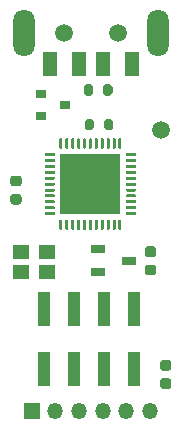
<source format=gbr>
%TF.GenerationSoftware,KiCad,Pcbnew,(5.1.9)-1*%
%TF.CreationDate,2021-06-08T23:05:36-04:00*%
%TF.ProjectId,mega_nrf24_usb,6d656761-5f6e-4726-9632-345f7573622e,rev?*%
%TF.SameCoordinates,Original*%
%TF.FileFunction,Soldermask,Top*%
%TF.FilePolarity,Negative*%
%FSLAX46Y46*%
G04 Gerber Fmt 4.6, Leading zero omitted, Abs format (unit mm)*
G04 Created by KiCad (PCBNEW (5.1.9)-1) date 2021-06-08 23:05:36*
%MOMM*%
%LPD*%
G01*
G04 APERTURE LIST*
%ADD10O,1.350000X1.350000*%
%ADD11R,1.350000X1.350000*%
%ADD12R,1.000000X3.000000*%
%ADD13R,1.200000X2.000000*%
%ADD14C,1.500000*%
%ADD15O,1.800000X4.000000*%
%ADD16R,1.220000X0.650000*%
%ADD17R,5.150000X5.150000*%
%ADD18R,1.400000X1.200000*%
%ADD19R,0.900000X0.800000*%
G04 APERTURE END LIST*
D10*
%TO.C,J3*%
X255710250Y-133832600D03*
X253710250Y-133832600D03*
X251710250Y-133832600D03*
X249710250Y-133832600D03*
X247710250Y-133832600D03*
D11*
X245710250Y-133832600D03*
%TD*%
D12*
%TO.C,J1*%
X246761000Y-125222000D03*
X246761000Y-130262000D03*
X249301000Y-125222000D03*
X249301000Y-130262000D03*
X251841000Y-125222000D03*
X251841000Y-130262000D03*
X254381000Y-125222000D03*
X254381000Y-130262000D03*
%TD*%
%TO.C,C3*%
G36*
G01*
X244113240Y-115470820D02*
X244613240Y-115470820D01*
G75*
G02*
X244838240Y-115695820I0J-225000D01*
G01*
X244838240Y-116145820D01*
G75*
G02*
X244613240Y-116370820I-225000J0D01*
G01*
X244113240Y-116370820D01*
G75*
G02*
X243888240Y-116145820I0J225000D01*
G01*
X243888240Y-115695820D01*
G75*
G02*
X244113240Y-115470820I225000J0D01*
G01*
G37*
G36*
G01*
X244113240Y-113920820D02*
X244613240Y-113920820D01*
G75*
G02*
X244838240Y-114145820I0J-225000D01*
G01*
X244838240Y-114595820D01*
G75*
G02*
X244613240Y-114820820I-225000J0D01*
G01*
X244113240Y-114820820D01*
G75*
G02*
X243888240Y-114595820I0J225000D01*
G01*
X243888240Y-114145820D01*
G75*
G02*
X244113240Y-113920820I225000J0D01*
G01*
G37*
%TD*%
%TO.C,C2*%
G36*
G01*
X255507680Y-121470300D02*
X256007680Y-121470300D01*
G75*
G02*
X256232680Y-121695300I0J-225000D01*
G01*
X256232680Y-122145300D01*
G75*
G02*
X256007680Y-122370300I-225000J0D01*
G01*
X255507680Y-122370300D01*
G75*
G02*
X255282680Y-122145300I0J225000D01*
G01*
X255282680Y-121695300D01*
G75*
G02*
X255507680Y-121470300I225000J0D01*
G01*
G37*
G36*
G01*
X255507680Y-119920300D02*
X256007680Y-119920300D01*
G75*
G02*
X256232680Y-120145300I0J-225000D01*
G01*
X256232680Y-120595300D01*
G75*
G02*
X256007680Y-120820300I-225000J0D01*
G01*
X255507680Y-120820300D01*
G75*
G02*
X255282680Y-120595300I0J225000D01*
G01*
X255282680Y-120145300D01*
G75*
G02*
X255507680Y-119920300I225000J0D01*
G01*
G37*
%TD*%
D13*
%TO.C,J2*%
X247225500Y-104466700D03*
X249725500Y-104466700D03*
X251725500Y-104466700D03*
X254225500Y-104466700D03*
D14*
X248475500Y-101866700D03*
X252975500Y-101866700D03*
D15*
X245025500Y-101866700D03*
X256425500Y-101866700D03*
%TD*%
D16*
%TO.C,U2*%
X253907280Y-121109700D03*
X251287280Y-122059700D03*
X251287280Y-120159700D03*
%TD*%
D17*
%TO.C,U1*%
X250672600Y-114642900D03*
G36*
G01*
X248047600Y-111580400D02*
X248047600Y-110830400D01*
G75*
G02*
X248110100Y-110767900I62500J0D01*
G01*
X248235100Y-110767900D01*
G75*
G02*
X248297600Y-110830400I0J-62500D01*
G01*
X248297600Y-111580400D01*
G75*
G02*
X248235100Y-111642900I-62500J0D01*
G01*
X248110100Y-111642900D01*
G75*
G02*
X248047600Y-111580400I0J62500D01*
G01*
G37*
G36*
G01*
X248547600Y-111580400D02*
X248547600Y-110830400D01*
G75*
G02*
X248610100Y-110767900I62500J0D01*
G01*
X248735100Y-110767900D01*
G75*
G02*
X248797600Y-110830400I0J-62500D01*
G01*
X248797600Y-111580400D01*
G75*
G02*
X248735100Y-111642900I-62500J0D01*
G01*
X248610100Y-111642900D01*
G75*
G02*
X248547600Y-111580400I0J62500D01*
G01*
G37*
G36*
G01*
X249047600Y-111580400D02*
X249047600Y-110830400D01*
G75*
G02*
X249110100Y-110767900I62500J0D01*
G01*
X249235100Y-110767900D01*
G75*
G02*
X249297600Y-110830400I0J-62500D01*
G01*
X249297600Y-111580400D01*
G75*
G02*
X249235100Y-111642900I-62500J0D01*
G01*
X249110100Y-111642900D01*
G75*
G02*
X249047600Y-111580400I0J62500D01*
G01*
G37*
G36*
G01*
X249547600Y-111580400D02*
X249547600Y-110830400D01*
G75*
G02*
X249610100Y-110767900I62500J0D01*
G01*
X249735100Y-110767900D01*
G75*
G02*
X249797600Y-110830400I0J-62500D01*
G01*
X249797600Y-111580400D01*
G75*
G02*
X249735100Y-111642900I-62500J0D01*
G01*
X249610100Y-111642900D01*
G75*
G02*
X249547600Y-111580400I0J62500D01*
G01*
G37*
G36*
G01*
X250047600Y-111580400D02*
X250047600Y-110830400D01*
G75*
G02*
X250110100Y-110767900I62500J0D01*
G01*
X250235100Y-110767900D01*
G75*
G02*
X250297600Y-110830400I0J-62500D01*
G01*
X250297600Y-111580400D01*
G75*
G02*
X250235100Y-111642900I-62500J0D01*
G01*
X250110100Y-111642900D01*
G75*
G02*
X250047600Y-111580400I0J62500D01*
G01*
G37*
G36*
G01*
X250547600Y-111580400D02*
X250547600Y-110830400D01*
G75*
G02*
X250610100Y-110767900I62500J0D01*
G01*
X250735100Y-110767900D01*
G75*
G02*
X250797600Y-110830400I0J-62500D01*
G01*
X250797600Y-111580400D01*
G75*
G02*
X250735100Y-111642900I-62500J0D01*
G01*
X250610100Y-111642900D01*
G75*
G02*
X250547600Y-111580400I0J62500D01*
G01*
G37*
G36*
G01*
X251047600Y-111580400D02*
X251047600Y-110830400D01*
G75*
G02*
X251110100Y-110767900I62500J0D01*
G01*
X251235100Y-110767900D01*
G75*
G02*
X251297600Y-110830400I0J-62500D01*
G01*
X251297600Y-111580400D01*
G75*
G02*
X251235100Y-111642900I-62500J0D01*
G01*
X251110100Y-111642900D01*
G75*
G02*
X251047600Y-111580400I0J62500D01*
G01*
G37*
G36*
G01*
X251547600Y-111580400D02*
X251547600Y-110830400D01*
G75*
G02*
X251610100Y-110767900I62500J0D01*
G01*
X251735100Y-110767900D01*
G75*
G02*
X251797600Y-110830400I0J-62500D01*
G01*
X251797600Y-111580400D01*
G75*
G02*
X251735100Y-111642900I-62500J0D01*
G01*
X251610100Y-111642900D01*
G75*
G02*
X251547600Y-111580400I0J62500D01*
G01*
G37*
G36*
G01*
X252047600Y-111580400D02*
X252047600Y-110830400D01*
G75*
G02*
X252110100Y-110767900I62500J0D01*
G01*
X252235100Y-110767900D01*
G75*
G02*
X252297600Y-110830400I0J-62500D01*
G01*
X252297600Y-111580400D01*
G75*
G02*
X252235100Y-111642900I-62500J0D01*
G01*
X252110100Y-111642900D01*
G75*
G02*
X252047600Y-111580400I0J62500D01*
G01*
G37*
G36*
G01*
X252547600Y-111580400D02*
X252547600Y-110830400D01*
G75*
G02*
X252610100Y-110767900I62500J0D01*
G01*
X252735100Y-110767900D01*
G75*
G02*
X252797600Y-110830400I0J-62500D01*
G01*
X252797600Y-111580400D01*
G75*
G02*
X252735100Y-111642900I-62500J0D01*
G01*
X252610100Y-111642900D01*
G75*
G02*
X252547600Y-111580400I0J62500D01*
G01*
G37*
G36*
G01*
X253047600Y-111580400D02*
X253047600Y-110830400D01*
G75*
G02*
X253110100Y-110767900I62500J0D01*
G01*
X253235100Y-110767900D01*
G75*
G02*
X253297600Y-110830400I0J-62500D01*
G01*
X253297600Y-111580400D01*
G75*
G02*
X253235100Y-111642900I-62500J0D01*
G01*
X253110100Y-111642900D01*
G75*
G02*
X253047600Y-111580400I0J62500D01*
G01*
G37*
G36*
G01*
X253672600Y-112205400D02*
X253672600Y-112080400D01*
G75*
G02*
X253735100Y-112017900I62500J0D01*
G01*
X254485100Y-112017900D01*
G75*
G02*
X254547600Y-112080400I0J-62500D01*
G01*
X254547600Y-112205400D01*
G75*
G02*
X254485100Y-112267900I-62500J0D01*
G01*
X253735100Y-112267900D01*
G75*
G02*
X253672600Y-112205400I0J62500D01*
G01*
G37*
G36*
G01*
X253672600Y-112705400D02*
X253672600Y-112580400D01*
G75*
G02*
X253735100Y-112517900I62500J0D01*
G01*
X254485100Y-112517900D01*
G75*
G02*
X254547600Y-112580400I0J-62500D01*
G01*
X254547600Y-112705400D01*
G75*
G02*
X254485100Y-112767900I-62500J0D01*
G01*
X253735100Y-112767900D01*
G75*
G02*
X253672600Y-112705400I0J62500D01*
G01*
G37*
G36*
G01*
X253672600Y-113205400D02*
X253672600Y-113080400D01*
G75*
G02*
X253735100Y-113017900I62500J0D01*
G01*
X254485100Y-113017900D01*
G75*
G02*
X254547600Y-113080400I0J-62500D01*
G01*
X254547600Y-113205400D01*
G75*
G02*
X254485100Y-113267900I-62500J0D01*
G01*
X253735100Y-113267900D01*
G75*
G02*
X253672600Y-113205400I0J62500D01*
G01*
G37*
G36*
G01*
X253672600Y-113705400D02*
X253672600Y-113580400D01*
G75*
G02*
X253735100Y-113517900I62500J0D01*
G01*
X254485100Y-113517900D01*
G75*
G02*
X254547600Y-113580400I0J-62500D01*
G01*
X254547600Y-113705400D01*
G75*
G02*
X254485100Y-113767900I-62500J0D01*
G01*
X253735100Y-113767900D01*
G75*
G02*
X253672600Y-113705400I0J62500D01*
G01*
G37*
G36*
G01*
X253672600Y-114205400D02*
X253672600Y-114080400D01*
G75*
G02*
X253735100Y-114017900I62500J0D01*
G01*
X254485100Y-114017900D01*
G75*
G02*
X254547600Y-114080400I0J-62500D01*
G01*
X254547600Y-114205400D01*
G75*
G02*
X254485100Y-114267900I-62500J0D01*
G01*
X253735100Y-114267900D01*
G75*
G02*
X253672600Y-114205400I0J62500D01*
G01*
G37*
G36*
G01*
X253672600Y-114705400D02*
X253672600Y-114580400D01*
G75*
G02*
X253735100Y-114517900I62500J0D01*
G01*
X254485100Y-114517900D01*
G75*
G02*
X254547600Y-114580400I0J-62500D01*
G01*
X254547600Y-114705400D01*
G75*
G02*
X254485100Y-114767900I-62500J0D01*
G01*
X253735100Y-114767900D01*
G75*
G02*
X253672600Y-114705400I0J62500D01*
G01*
G37*
G36*
G01*
X253672600Y-115205400D02*
X253672600Y-115080400D01*
G75*
G02*
X253735100Y-115017900I62500J0D01*
G01*
X254485100Y-115017900D01*
G75*
G02*
X254547600Y-115080400I0J-62500D01*
G01*
X254547600Y-115205400D01*
G75*
G02*
X254485100Y-115267900I-62500J0D01*
G01*
X253735100Y-115267900D01*
G75*
G02*
X253672600Y-115205400I0J62500D01*
G01*
G37*
G36*
G01*
X253672600Y-115705400D02*
X253672600Y-115580400D01*
G75*
G02*
X253735100Y-115517900I62500J0D01*
G01*
X254485100Y-115517900D01*
G75*
G02*
X254547600Y-115580400I0J-62500D01*
G01*
X254547600Y-115705400D01*
G75*
G02*
X254485100Y-115767900I-62500J0D01*
G01*
X253735100Y-115767900D01*
G75*
G02*
X253672600Y-115705400I0J62500D01*
G01*
G37*
G36*
G01*
X253672600Y-116205400D02*
X253672600Y-116080400D01*
G75*
G02*
X253735100Y-116017900I62500J0D01*
G01*
X254485100Y-116017900D01*
G75*
G02*
X254547600Y-116080400I0J-62500D01*
G01*
X254547600Y-116205400D01*
G75*
G02*
X254485100Y-116267900I-62500J0D01*
G01*
X253735100Y-116267900D01*
G75*
G02*
X253672600Y-116205400I0J62500D01*
G01*
G37*
G36*
G01*
X253672600Y-116705400D02*
X253672600Y-116580400D01*
G75*
G02*
X253735100Y-116517900I62500J0D01*
G01*
X254485100Y-116517900D01*
G75*
G02*
X254547600Y-116580400I0J-62500D01*
G01*
X254547600Y-116705400D01*
G75*
G02*
X254485100Y-116767900I-62500J0D01*
G01*
X253735100Y-116767900D01*
G75*
G02*
X253672600Y-116705400I0J62500D01*
G01*
G37*
G36*
G01*
X253672600Y-117205400D02*
X253672600Y-117080400D01*
G75*
G02*
X253735100Y-117017900I62500J0D01*
G01*
X254485100Y-117017900D01*
G75*
G02*
X254547600Y-117080400I0J-62500D01*
G01*
X254547600Y-117205400D01*
G75*
G02*
X254485100Y-117267900I-62500J0D01*
G01*
X253735100Y-117267900D01*
G75*
G02*
X253672600Y-117205400I0J62500D01*
G01*
G37*
G36*
G01*
X253047600Y-118455400D02*
X253047600Y-117705400D01*
G75*
G02*
X253110100Y-117642900I62500J0D01*
G01*
X253235100Y-117642900D01*
G75*
G02*
X253297600Y-117705400I0J-62500D01*
G01*
X253297600Y-118455400D01*
G75*
G02*
X253235100Y-118517900I-62500J0D01*
G01*
X253110100Y-118517900D01*
G75*
G02*
X253047600Y-118455400I0J62500D01*
G01*
G37*
G36*
G01*
X252547600Y-118455400D02*
X252547600Y-117705400D01*
G75*
G02*
X252610100Y-117642900I62500J0D01*
G01*
X252735100Y-117642900D01*
G75*
G02*
X252797600Y-117705400I0J-62500D01*
G01*
X252797600Y-118455400D01*
G75*
G02*
X252735100Y-118517900I-62500J0D01*
G01*
X252610100Y-118517900D01*
G75*
G02*
X252547600Y-118455400I0J62500D01*
G01*
G37*
G36*
G01*
X252047600Y-118455400D02*
X252047600Y-117705400D01*
G75*
G02*
X252110100Y-117642900I62500J0D01*
G01*
X252235100Y-117642900D01*
G75*
G02*
X252297600Y-117705400I0J-62500D01*
G01*
X252297600Y-118455400D01*
G75*
G02*
X252235100Y-118517900I-62500J0D01*
G01*
X252110100Y-118517900D01*
G75*
G02*
X252047600Y-118455400I0J62500D01*
G01*
G37*
G36*
G01*
X251547600Y-118455400D02*
X251547600Y-117705400D01*
G75*
G02*
X251610100Y-117642900I62500J0D01*
G01*
X251735100Y-117642900D01*
G75*
G02*
X251797600Y-117705400I0J-62500D01*
G01*
X251797600Y-118455400D01*
G75*
G02*
X251735100Y-118517900I-62500J0D01*
G01*
X251610100Y-118517900D01*
G75*
G02*
X251547600Y-118455400I0J62500D01*
G01*
G37*
G36*
G01*
X251047600Y-118455400D02*
X251047600Y-117705400D01*
G75*
G02*
X251110100Y-117642900I62500J0D01*
G01*
X251235100Y-117642900D01*
G75*
G02*
X251297600Y-117705400I0J-62500D01*
G01*
X251297600Y-118455400D01*
G75*
G02*
X251235100Y-118517900I-62500J0D01*
G01*
X251110100Y-118517900D01*
G75*
G02*
X251047600Y-118455400I0J62500D01*
G01*
G37*
G36*
G01*
X250547600Y-118455400D02*
X250547600Y-117705400D01*
G75*
G02*
X250610100Y-117642900I62500J0D01*
G01*
X250735100Y-117642900D01*
G75*
G02*
X250797600Y-117705400I0J-62500D01*
G01*
X250797600Y-118455400D01*
G75*
G02*
X250735100Y-118517900I-62500J0D01*
G01*
X250610100Y-118517900D01*
G75*
G02*
X250547600Y-118455400I0J62500D01*
G01*
G37*
G36*
G01*
X250047600Y-118455400D02*
X250047600Y-117705400D01*
G75*
G02*
X250110100Y-117642900I62500J0D01*
G01*
X250235100Y-117642900D01*
G75*
G02*
X250297600Y-117705400I0J-62500D01*
G01*
X250297600Y-118455400D01*
G75*
G02*
X250235100Y-118517900I-62500J0D01*
G01*
X250110100Y-118517900D01*
G75*
G02*
X250047600Y-118455400I0J62500D01*
G01*
G37*
G36*
G01*
X249547600Y-118455400D02*
X249547600Y-117705400D01*
G75*
G02*
X249610100Y-117642900I62500J0D01*
G01*
X249735100Y-117642900D01*
G75*
G02*
X249797600Y-117705400I0J-62500D01*
G01*
X249797600Y-118455400D01*
G75*
G02*
X249735100Y-118517900I-62500J0D01*
G01*
X249610100Y-118517900D01*
G75*
G02*
X249547600Y-118455400I0J62500D01*
G01*
G37*
G36*
G01*
X249047600Y-118455400D02*
X249047600Y-117705400D01*
G75*
G02*
X249110100Y-117642900I62500J0D01*
G01*
X249235100Y-117642900D01*
G75*
G02*
X249297600Y-117705400I0J-62500D01*
G01*
X249297600Y-118455400D01*
G75*
G02*
X249235100Y-118517900I-62500J0D01*
G01*
X249110100Y-118517900D01*
G75*
G02*
X249047600Y-118455400I0J62500D01*
G01*
G37*
G36*
G01*
X248547600Y-118455400D02*
X248547600Y-117705400D01*
G75*
G02*
X248610100Y-117642900I62500J0D01*
G01*
X248735100Y-117642900D01*
G75*
G02*
X248797600Y-117705400I0J-62500D01*
G01*
X248797600Y-118455400D01*
G75*
G02*
X248735100Y-118517900I-62500J0D01*
G01*
X248610100Y-118517900D01*
G75*
G02*
X248547600Y-118455400I0J62500D01*
G01*
G37*
G36*
G01*
X248047600Y-118455400D02*
X248047600Y-117705400D01*
G75*
G02*
X248110100Y-117642900I62500J0D01*
G01*
X248235100Y-117642900D01*
G75*
G02*
X248297600Y-117705400I0J-62500D01*
G01*
X248297600Y-118455400D01*
G75*
G02*
X248235100Y-118517900I-62500J0D01*
G01*
X248110100Y-118517900D01*
G75*
G02*
X248047600Y-118455400I0J62500D01*
G01*
G37*
G36*
G01*
X246797600Y-117205400D02*
X246797600Y-117080400D01*
G75*
G02*
X246860100Y-117017900I62500J0D01*
G01*
X247610100Y-117017900D01*
G75*
G02*
X247672600Y-117080400I0J-62500D01*
G01*
X247672600Y-117205400D01*
G75*
G02*
X247610100Y-117267900I-62500J0D01*
G01*
X246860100Y-117267900D01*
G75*
G02*
X246797600Y-117205400I0J62500D01*
G01*
G37*
G36*
G01*
X246797600Y-116705400D02*
X246797600Y-116580400D01*
G75*
G02*
X246860100Y-116517900I62500J0D01*
G01*
X247610100Y-116517900D01*
G75*
G02*
X247672600Y-116580400I0J-62500D01*
G01*
X247672600Y-116705400D01*
G75*
G02*
X247610100Y-116767900I-62500J0D01*
G01*
X246860100Y-116767900D01*
G75*
G02*
X246797600Y-116705400I0J62500D01*
G01*
G37*
G36*
G01*
X246797600Y-116205400D02*
X246797600Y-116080400D01*
G75*
G02*
X246860100Y-116017900I62500J0D01*
G01*
X247610100Y-116017900D01*
G75*
G02*
X247672600Y-116080400I0J-62500D01*
G01*
X247672600Y-116205400D01*
G75*
G02*
X247610100Y-116267900I-62500J0D01*
G01*
X246860100Y-116267900D01*
G75*
G02*
X246797600Y-116205400I0J62500D01*
G01*
G37*
G36*
G01*
X246797600Y-115705400D02*
X246797600Y-115580400D01*
G75*
G02*
X246860100Y-115517900I62500J0D01*
G01*
X247610100Y-115517900D01*
G75*
G02*
X247672600Y-115580400I0J-62500D01*
G01*
X247672600Y-115705400D01*
G75*
G02*
X247610100Y-115767900I-62500J0D01*
G01*
X246860100Y-115767900D01*
G75*
G02*
X246797600Y-115705400I0J62500D01*
G01*
G37*
G36*
G01*
X246797600Y-115205400D02*
X246797600Y-115080400D01*
G75*
G02*
X246860100Y-115017900I62500J0D01*
G01*
X247610100Y-115017900D01*
G75*
G02*
X247672600Y-115080400I0J-62500D01*
G01*
X247672600Y-115205400D01*
G75*
G02*
X247610100Y-115267900I-62500J0D01*
G01*
X246860100Y-115267900D01*
G75*
G02*
X246797600Y-115205400I0J62500D01*
G01*
G37*
G36*
G01*
X246797600Y-114705400D02*
X246797600Y-114580400D01*
G75*
G02*
X246860100Y-114517900I62500J0D01*
G01*
X247610100Y-114517900D01*
G75*
G02*
X247672600Y-114580400I0J-62500D01*
G01*
X247672600Y-114705400D01*
G75*
G02*
X247610100Y-114767900I-62500J0D01*
G01*
X246860100Y-114767900D01*
G75*
G02*
X246797600Y-114705400I0J62500D01*
G01*
G37*
G36*
G01*
X246797600Y-114205400D02*
X246797600Y-114080400D01*
G75*
G02*
X246860100Y-114017900I62500J0D01*
G01*
X247610100Y-114017900D01*
G75*
G02*
X247672600Y-114080400I0J-62500D01*
G01*
X247672600Y-114205400D01*
G75*
G02*
X247610100Y-114267900I-62500J0D01*
G01*
X246860100Y-114267900D01*
G75*
G02*
X246797600Y-114205400I0J62500D01*
G01*
G37*
G36*
G01*
X246797600Y-113705400D02*
X246797600Y-113580400D01*
G75*
G02*
X246860100Y-113517900I62500J0D01*
G01*
X247610100Y-113517900D01*
G75*
G02*
X247672600Y-113580400I0J-62500D01*
G01*
X247672600Y-113705400D01*
G75*
G02*
X247610100Y-113767900I-62500J0D01*
G01*
X246860100Y-113767900D01*
G75*
G02*
X246797600Y-113705400I0J62500D01*
G01*
G37*
G36*
G01*
X246797600Y-113205400D02*
X246797600Y-113080400D01*
G75*
G02*
X246860100Y-113017900I62500J0D01*
G01*
X247610100Y-113017900D01*
G75*
G02*
X247672600Y-113080400I0J-62500D01*
G01*
X247672600Y-113205400D01*
G75*
G02*
X247610100Y-113267900I-62500J0D01*
G01*
X246860100Y-113267900D01*
G75*
G02*
X246797600Y-113205400I0J62500D01*
G01*
G37*
G36*
G01*
X246797600Y-112705400D02*
X246797600Y-112580400D01*
G75*
G02*
X246860100Y-112517900I62500J0D01*
G01*
X247610100Y-112517900D01*
G75*
G02*
X247672600Y-112580400I0J-62500D01*
G01*
X247672600Y-112705400D01*
G75*
G02*
X247610100Y-112767900I-62500J0D01*
G01*
X246860100Y-112767900D01*
G75*
G02*
X246797600Y-112705400I0J62500D01*
G01*
G37*
G36*
G01*
X246797600Y-112205400D02*
X246797600Y-112080400D01*
G75*
G02*
X246860100Y-112017900I62500J0D01*
G01*
X247610100Y-112017900D01*
G75*
G02*
X247672600Y-112080400I0J-62500D01*
G01*
X247672600Y-112205400D01*
G75*
G02*
X247610100Y-112267900I-62500J0D01*
G01*
X246860100Y-112267900D01*
G75*
G02*
X246797600Y-112205400I0J62500D01*
G01*
G37*
%TD*%
%TO.C,R2*%
G36*
G01*
X251822000Y-109888700D02*
X251822000Y-109338700D01*
G75*
G02*
X252022000Y-109138700I200000J0D01*
G01*
X252422000Y-109138700D01*
G75*
G02*
X252622000Y-109338700I0J-200000D01*
G01*
X252622000Y-109888700D01*
G75*
G02*
X252422000Y-110088700I-200000J0D01*
G01*
X252022000Y-110088700D01*
G75*
G02*
X251822000Y-109888700I0J200000D01*
G01*
G37*
G36*
G01*
X250172000Y-109888700D02*
X250172000Y-109338700D01*
G75*
G02*
X250372000Y-109138700I200000J0D01*
G01*
X250772000Y-109138700D01*
G75*
G02*
X250972000Y-109338700I0J-200000D01*
G01*
X250972000Y-109888700D01*
G75*
G02*
X250772000Y-110088700I-200000J0D01*
G01*
X250372000Y-110088700D01*
G75*
G02*
X250172000Y-109888700I0J200000D01*
G01*
G37*
%TD*%
%TO.C,R1*%
G36*
G01*
X251745300Y-106955000D02*
X251745300Y-106405000D01*
G75*
G02*
X251945300Y-106205000I200000J0D01*
G01*
X252345300Y-106205000D01*
G75*
G02*
X252545300Y-106405000I0J-200000D01*
G01*
X252545300Y-106955000D01*
G75*
G02*
X252345300Y-107155000I-200000J0D01*
G01*
X251945300Y-107155000D01*
G75*
G02*
X251745300Y-106955000I0J200000D01*
G01*
G37*
G36*
G01*
X250095300Y-106955000D02*
X250095300Y-106405000D01*
G75*
G02*
X250295300Y-106205000I200000J0D01*
G01*
X250695300Y-106205000D01*
G75*
G02*
X250895300Y-106405000I0J-200000D01*
G01*
X250895300Y-106955000D01*
G75*
G02*
X250695300Y-107155000I-200000J0D01*
G01*
X250295300Y-107155000D01*
G75*
G02*
X250095300Y-106955000I0J200000D01*
G01*
G37*
%TD*%
D18*
%TO.C,Y1*%
X246989600Y-122088380D03*
X244789600Y-122088380D03*
X244789600Y-120388380D03*
X246989600Y-120388380D03*
%TD*%
D19*
%TO.C,D3*%
X248523000Y-107962700D03*
X246523000Y-108912700D03*
X246523000Y-107012700D03*
%TD*%
D14*
%TO.C,TP1*%
X256616200Y-110070900D03*
%TD*%
%TO.C,C1*%
G36*
G01*
X257298000Y-130434200D02*
X256798000Y-130434200D01*
G75*
G02*
X256573000Y-130209200I0J225000D01*
G01*
X256573000Y-129759200D01*
G75*
G02*
X256798000Y-129534200I225000J0D01*
G01*
X257298000Y-129534200D01*
G75*
G02*
X257523000Y-129759200I0J-225000D01*
G01*
X257523000Y-130209200D01*
G75*
G02*
X257298000Y-130434200I-225000J0D01*
G01*
G37*
G36*
G01*
X257298000Y-131984200D02*
X256798000Y-131984200D01*
G75*
G02*
X256573000Y-131759200I0J225000D01*
G01*
X256573000Y-131309200D01*
G75*
G02*
X256798000Y-131084200I225000J0D01*
G01*
X257298000Y-131084200D01*
G75*
G02*
X257523000Y-131309200I0J-225000D01*
G01*
X257523000Y-131759200D01*
G75*
G02*
X257298000Y-131984200I-225000J0D01*
G01*
G37*
%TD*%
M02*

</source>
